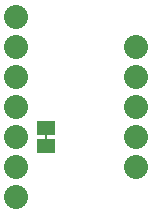
<source format=gtp>
G04 Layer: TopPasteMaskLayer*
G04 EasyEDA v6.5.22, 2023-01-09 16:32:10*
G04 a5f1863f92214070b907f627d0471349,a9f00e695b414744abbaf3eb758947ea,10*
G04 Gerber Generator version 0.2*
G04 Scale: 100 percent, Rotated: No, Reflected: No *
G04 Dimensions in millimeters *
G04 leading zeros omitted , absolute positions ,4 integer and 5 decimal *
%FSLAX45Y45*%
%MOMM*%

%AMMACRO1*4,1,4,-0.8001,-0.5842,-0.8001,0.5842,0.8001,0.5842,0.8001,-0.5842,-0.8001,-0.5842,0*%
%ADD10MACRO1*%
%ADD11R,0.2032X0.6350*%
%ADD12C,2.0320*%

%LPD*%
D10*
G01*
X1524000Y4495800D03*
G01*
X1524000Y4648200D03*
D11*
G01*
X1524000Y4572000D03*
D12*
G01*
X1270076Y5588076D03*
G01*
X1270076Y5334076D03*
G01*
X1270076Y5080076D03*
G01*
X1270076Y4826076D03*
G01*
X1270076Y4572076D03*
G01*
X1270076Y4318076D03*
G01*
X1270076Y4064076D03*
G01*
X2286076Y5334076D03*
G01*
X2286076Y5080076D03*
G01*
X2286076Y4826076D03*
G01*
X2286076Y4572076D03*
G01*
X2286076Y4318076D03*
M02*

</source>
